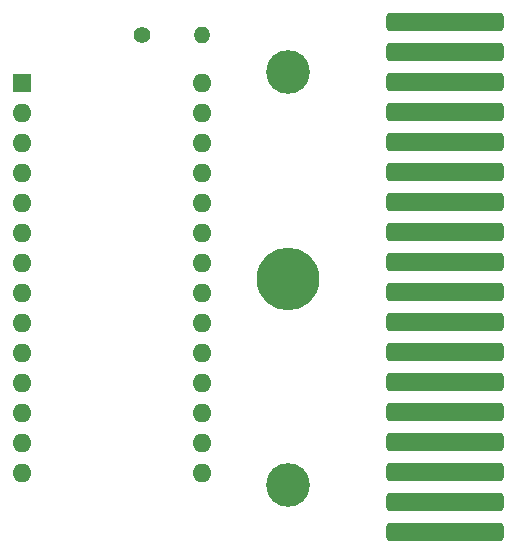
<source format=gbs>
G04 #@! TF.GenerationSoftware,KiCad,Pcbnew,8.0.1*
G04 #@! TF.CreationDate,2024-04-03T00:25:32+02:00*
G04 #@! TF.ProjectId,vectrex_cart_v1,76656374-7265-4785-9f63-6172745f7631,V0.1*
G04 #@! TF.SameCoordinates,Original*
G04 #@! TF.FileFunction,Soldermask,Bot*
G04 #@! TF.FilePolarity,Negative*
%FSLAX46Y46*%
G04 Gerber Fmt 4.6, Leading zero omitted, Abs format (unit mm)*
G04 Created by KiCad (PCBNEW 8.0.1) date 2024-04-03 00:25:32*
%MOMM*%
%LPD*%
G01*
G04 APERTURE LIST*
G04 Aperture macros list*
%AMRoundRect*
0 Rectangle with rounded corners*
0 $1 Rounding radius*
0 $2 $3 $4 $5 $6 $7 $8 $9 X,Y pos of 4 corners*
0 Add a 4 corners polygon primitive as box body*
4,1,4,$2,$3,$4,$5,$6,$7,$8,$9,$2,$3,0*
0 Add four circle primitives for the rounded corners*
1,1,$1+$1,$2,$3*
1,1,$1+$1,$4,$5*
1,1,$1+$1,$6,$7*
1,1,$1+$1,$8,$9*
0 Add four rect primitives between the rounded corners*
20,1,$1+$1,$2,$3,$4,$5,0*
20,1,$1+$1,$4,$5,$6,$7,0*
20,1,$1+$1,$6,$7,$8,$9,0*
20,1,$1+$1,$8,$9,$2,$3,0*%
G04 Aperture macros list end*
%ADD10C,5.300000*%
%ADD11RoundRect,0.400000X4.600000X-0.400000X4.600000X0.400000X-4.600000X0.400000X-4.600000X-0.400000X0*%
%ADD12C,3.700000*%
%ADD13C,1.400000*%
%ADD14O,1.400000X1.400000*%
%ADD15R,1.600000X1.600000*%
%ADD16O,1.600000X1.600000*%
G04 APERTURE END LIST*
D10*
X117517200Y-68105600D03*
D11*
X130810200Y-46400200D03*
X130810200Y-48940200D03*
X130810200Y-51480200D03*
X130810200Y-54020200D03*
X130810200Y-56560200D03*
X130810200Y-59100200D03*
X130810200Y-61640200D03*
X130810200Y-64180200D03*
X130810200Y-66720200D03*
X130810200Y-69260200D03*
X130810200Y-71800200D03*
X130810200Y-74340200D03*
X130810200Y-76880200D03*
X130810200Y-79420200D03*
X130810200Y-81960200D03*
X130810200Y-84500200D03*
X130810200Y-87040200D03*
X130810200Y-89580200D03*
D12*
X117517200Y-50605600D03*
X117517200Y-85605600D03*
D13*
X105210000Y-47500000D03*
D14*
X110290000Y-47500000D03*
D15*
X95000000Y-51500000D03*
D16*
X95000000Y-54040000D03*
X95000000Y-56580000D03*
X95000000Y-59120000D03*
X95000000Y-61660000D03*
X95000000Y-64200000D03*
X95000000Y-66740000D03*
X95000000Y-69280000D03*
X95000000Y-71820000D03*
X95000000Y-74360000D03*
X95000000Y-76900000D03*
X95000000Y-79440000D03*
X95000000Y-81980000D03*
X95000000Y-84520000D03*
X110240000Y-84520000D03*
X110240000Y-81980000D03*
X110240000Y-79440000D03*
X110240000Y-76900000D03*
X110240000Y-74360000D03*
X110240000Y-71820000D03*
X110240000Y-69280000D03*
X110240000Y-66740000D03*
X110240000Y-64200000D03*
X110240000Y-61660000D03*
X110240000Y-59120000D03*
X110240000Y-56580000D03*
X110240000Y-54040000D03*
X110240000Y-51500000D03*
M02*

</source>
